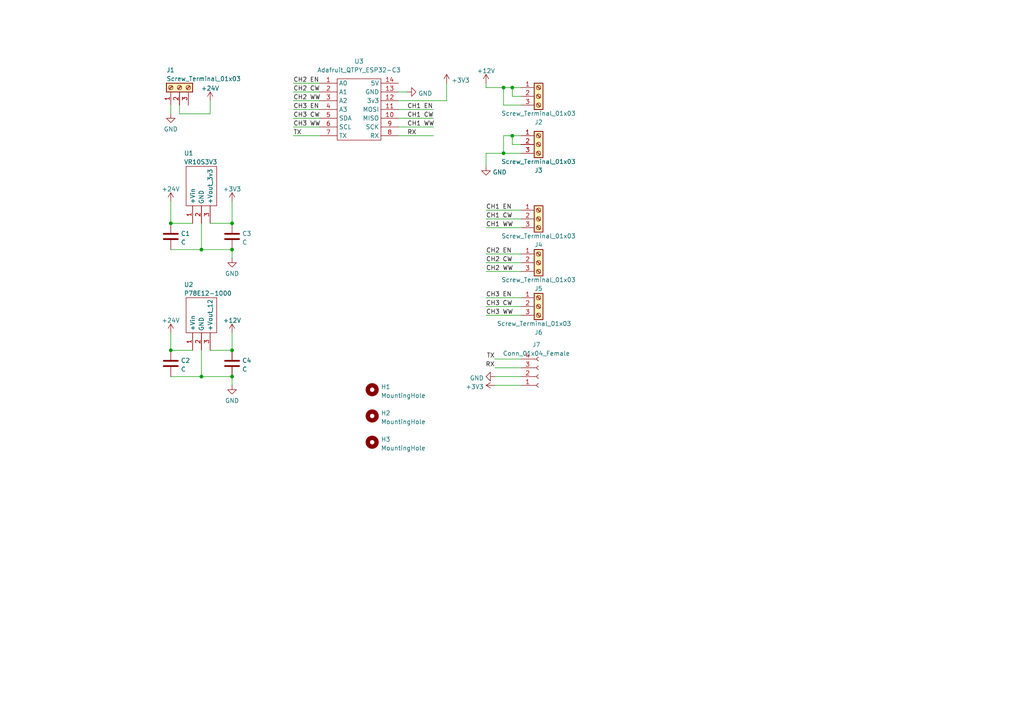
<source format=kicad_sch>
(kicad_sch (version 20211123) (generator eeschema)
  (paper "A4")
  (lib_symbols
    (symbol "Connector:Conn_01x04_Female" (pin_names (offset 1.016) hide)
      (property "Reference" "J" (at 0 5.08 0))
      (property "Value" "Conn_01x04_Female" (at 0 -7.62 0))
      (symbol "Conn_01x04_Female_1_1"
        (arc (start 0 -4.572) (mid -0.508 -5.08) (end 0 -5.588) (stroke (width 0.1524)))
        (arc (start 0 -2.032) (mid -0.508 -2.54) (end 0 -3.048) (stroke (width 0.1524)))
        (polyline (pts (xy -1.27 -5.08) (xy -0.508 -5.08)) (stroke (width 0.1524)))
        (polyline (pts (xy -1.27 -2.54) (xy -0.508 -2.54)) (stroke (width 0.1524)))
        (polyline (pts (xy -1.27 0) (xy -0.508 0)) (stroke (width 0.1524)))
        (polyline (pts (xy -1.27 2.54) (xy -0.508 2.54)) (stroke (width 0.1524)))
        (arc (start 0 0.508) (mid -0.508 0) (end 0 -0.508) (stroke (width 0.1524)))
        (arc (start 0 3.048) (mid -0.508 2.54) (end 0 2.032) (stroke (width 0.1524)))
        (pin passive line (at -5.08 2.54 0) (length 3.81) (name "Pin_1") (number "1"))
        (pin passive line (at -5.08 0 0) (length 3.81) (name "Pin_2") (number "2"))
        (pin passive line (at -5.08 -2.54 0) (length 3.81) (name "Pin_3") (number "3"))
        (pin passive line (at -5.08 -5.08 0) (length 3.81) (name "Pin_4") (number "4"))
      )
    )
    (symbol "Connector:Screw_Terminal_01x03" (pin_names (offset 1.016) hide)
      (property "Reference" "J" (at 0 5.08 0))
      (property "Value" "Screw_Terminal_01x03" (at 0 -5.08 0))
      (symbol "Screw_Terminal_01x03_1_1"
        (rectangle (start -1.27 3.81) (end 1.27 -3.81) (stroke (width 0.254)) (fill (type background)))
        (circle (center 0 -2.54) (radius 0.635) (stroke (width 0.1524)))
        (polyline (pts (xy -0.5334 -2.2098) (xy 0.3302 -3.048)) (stroke (width 0.1524)))
        (polyline (pts (xy -0.5334 0.3302) (xy 0.3302 -0.508)) (stroke (width 0.1524)))
        (polyline (pts (xy -0.5334 2.8702) (xy 0.3302 2.032)) (stroke (width 0.1524)))
        (polyline (pts (xy -0.3556 -2.032) (xy 0.508 -2.8702)) (stroke (width 0.1524)))
        (polyline (pts (xy -0.3556 0.508) (xy 0.508 -0.3302)) (stroke (width 0.1524)))
        (polyline (pts (xy -0.3556 3.048) (xy 0.508 2.2098)) (stroke (width 0.1524)))
        (circle (center 0 0) (radius 0.635) (stroke (width 0.1524)))
        (circle (center 0 2.54) (radius 0.635) (stroke (width 0.1524)))
        (pin passive line (at -5.08 2.54 0) (length 3.81) (name "Pin_1") (number "1"))
        (pin passive line (at -5.08 0 0) (length 3.81) (name "Pin_2") (number "2"))
        (pin passive line (at -5.08 -2.54 0) (length 3.81) (name "Pin_3") (number "3"))
      )
    )
    (symbol "DevBoards:Adafruit_QTPY_ESP32-C3"
      (property "Reference" "U" (at -11.43 3.81 0))
      (property "Value" "Adafruit_QTPY_ESP32-C3" (at 0 6.35 0))
      (symbol "Adafruit_QTPY_ESP32-C3_0_0"
        (pin unspecified line (at -11.43 0 0) (length 5.08) (name "A0") (number "1"))
        (pin unspecified line (at 11.43 -10.16 180) (length 5.08) (name "MISO") (number "10"))
        (pin unspecified line (at 11.43 -7.62 180) (length 5.08) (name "MOSI") (number "11"))
        (pin unspecified line (at 11.43 -5.08 180) (length 5.08) (name "3v3") (number "12"))
        (pin unspecified line (at 11.43 -2.54 180) (length 5.08) (name "GND") (number "13"))
        (pin unspecified line (at 11.43 0 180) (length 5.08) (name "5V") (number "14"))
        (pin unspecified line (at -11.43 -2.54 0) (length 5.08) (name "A1") (number "2"))
        (pin unspecified line (at -11.43 -5.08 0) (length 5.08) (name "A2") (number "3"))
        (pin unspecified line (at -11.43 -7.62 0) (length 5.08) (name "A3") (number "4"))
        (pin unspecified line (at -11.43 -10.16 0) (length 5.08) (name "SDA") (number "5"))
        (pin unspecified line (at -11.43 -12.7 0) (length 5.08) (name "SCL") (number "6"))
        (pin unspecified line (at -11.43 -15.24 0) (length 5.08) (name "TX") (number "7"))
        (pin unspecified line (at 11.43 -15.24 180) (length 5.08) (name "RX") (number "8"))
        (pin unspecified line (at 11.43 -12.7 180) (length 5.08) (name "SCK") (number "9"))
      )
      (symbol "Adafruit_QTPY_ESP32-C3_0_1"
        (rectangle (start -6.35 1.27) (end 6.35 -16.51) (stroke (width 0.1524)))
      )
    )
    (symbol "Device:C" (pin_numbers hide) (pin_names (offset 0.254))
      (property "Reference" "C" (at 0.635 2.54 0))
      (property "Value" "C" (at 0.635 -2.54 0))
      (symbol "C_0_1"
        (polyline (pts (xy -2.032 -0.762) (xy 2.032 -0.762)) (stroke (width 0.508)))
        (polyline (pts (xy -2.032 0.762) (xy 2.032 0.762)) (stroke (width 0.508)))
      )
      (symbol "C_1_1"
        (pin passive line (at 0 3.81 270) (length 2.794) (name "~") (number "1"))
        (pin passive line (at 0 -3.81 90) (length 2.794) (name "~") (number "2"))
      )
    )
    (symbol "Mechanical:MountingHole" (pin_names (offset 1.016))
      (property "Reference" "H" (at 0 5.08 0))
      (property "Value" "MountingHole" (at 0 3.175 0))
      (symbol "MountingHole_0_1"
        (circle (center 0 0) (radius 1.27) (stroke (width 1.27)))
      )
    )
    (symbol "dcdcmodule:P78E12-1000"
      (property "Reference" "U" (at -6.35 1.905 0))
      (property "Value" "P78E12-1000" (at 0 3.81 0))
      (symbol "P78E12-1000_0_0"
        (pin unspecified line (at -2.54 -14.605 90) (length 5.08) (name "+Vin") (number "1"))
        (pin unspecified line (at 0 -14.605 90) (length 5.08) (name "GND") (number "2"))
        (pin unspecified line (at 2.54 -14.605 90) (length 5.08) (name "+Vout_12") (number "3"))
      )
      (symbol "P78E12-1000_0_1"
        (rectangle (start -4.445 0.635) (end 4.445 -9.525) (stroke (width 0.1524)))
      )
    )
    (symbol "dcdcmodule:VR10S3V3"
      (property "Reference" "U" (at -3.81 3.81 0))
      (property "Value" "VR10S3V3" (at 0 5.715 0))
      (symbol "VR10S3V3_0_0"
        (pin unspecified line (at -2.54 -14.605 90) (length 5.08) (name "+Vin") (number "1"))
        (pin unspecified line (at 0 -14.605 90) (length 5.08) (name "GND") (number "2"))
        (pin unspecified line (at 2.54 -14.605 90) (length 5.08) (name "+Vout_3v3") (number "3"))
      )
      (symbol "VR10S3V3_0_1"
        (rectangle (start -4.445 1.905) (end 4.445 -9.525) (stroke (width 0.1524)))
      )
    )
    (symbol "power:+12V" (power) (pin_names (offset 0))
      (property "Value" "+12V" (at 0 3.556 0))
      (symbol "+12V_0_1"
        (polyline (pts (xy -0.762 1.27) (xy 0 2.54)))
        (polyline (pts (xy 0 0) (xy 0 2.54)))
        (polyline (pts (xy 0 2.54) (xy 0.762 1.27)))
      )
      (symbol "+12V_1_1"
        (pin power_in line (at 0 0 90) (length 0) hide (name "+12V") (number "1"))
      )
    )
    (symbol "power:+24V" (power) (pin_names (offset 0))
      (property "Value" "+24V" (at 0 3.556 0))
      (symbol "+24V_0_1"
        (polyline (pts (xy -0.762 1.27) (xy 0 2.54)))
        (polyline (pts (xy 0 0) (xy 0 2.54)))
        (polyline (pts (xy 0 2.54) (xy 0.762 1.27)))
      )
      (symbol "+24V_1_1"
        (pin power_in line (at 0 0 90) (length 0) hide (name "+24V") (number "1"))
      )
    )
    (symbol "power:+3.3V" (power) (pin_names (offset 0))
      (property "Value" "+3.3V" (at 0 3.556 0))
      (symbol "+3.3V_0_1"
        (polyline (pts (xy -0.762 1.27) (xy 0 2.54)))
        (polyline (pts (xy 0 0) (xy 0 2.54)))
        (polyline (pts (xy 0 2.54) (xy 0.762 1.27)))
      )
      (symbol "+3.3V_1_1"
        (pin power_in line (at 0 0 90) (length 0) hide (name "+3V3") (number "1"))
      )
    )
    (symbol "power:GND" (power) (pin_names (offset 0))
      (property "Value" "GND" (at 0 -3.81 0))
      (symbol "GND_0_1"
        (polyline (pts (xy 0 0) (xy 0 -1.27) (xy 1.27 -1.27) (xy 0 -2.54) (xy -1.27 -1.27) (xy 0 -1.27)))
      )
      (symbol "GND_1_1"
        (pin power_in line (at 0 0 270) (length 0) hide (name "GND") (number "1"))
      )
    )
  )
  (junction (at 146.05 44.45))
  (junction (at 67.31 64.77))
  (junction (at 146.05 25.4))
  (junction (at 49.53 64.77))
  (junction (at 49.53 101.6))
  (junction (at 67.31 72.39))
  (junction (at 58.42 109.22))
  (junction (at 148.59 25.4))
  (junction (at 67.31 101.6))
  (junction (at 67.31 109.22))
  (junction (at 148.59 39.37))
  (junction (at 58.42 72.39))
  (wire (pts (xy 67.31 111.76) (xy 67.31 109.22)))
  (wire (pts (xy 49.53 109.22) (xy 58.42 109.22)))
  (wire (pts (xy 151.13 111.76) (xy 143.51 111.76)))
  (wire (pts (xy 151.13 109.22) (xy 143.51 109.22)))
  (wire (pts (xy 67.31 58.42) (xy 67.31 64.77)))
  (wire (pts (xy 67.31 96.52) (xy 67.31 101.6)))
  (wire (pts (xy 140.97 88.9) (xy 151.13 88.9)))
  (wire (pts (xy 146.05 25.4) (xy 148.59 25.4)))
  (wire (pts (xy 140.97 60.96) (xy 151.13 60.96)))
  (wire (pts (xy 146.05 30.48) (xy 146.05 25.4)))
  (wire (pts (xy 151.13 76.2) (xy 140.97 76.2)))
  (wire (pts (xy 140.97 25.4) (xy 146.05 25.4)))
  (wire (pts (xy 151.13 30.48) (xy 146.05 30.48)))
  (wire (pts (xy 60.96 101.6) (xy 67.31 101.6)))
  (wire (pts (xy 140.97 86.36) (xy 151.13 86.36)))
  (wire (pts (xy 49.53 64.77) (xy 49.53 58.42)))
  (wire (pts (xy 67.31 74.93) (xy 67.31 72.39)))
  (wire (pts (xy 55.88 101.6) (xy 49.53 101.6)))
  (wire (pts (xy 148.59 41.91) (xy 148.59 39.37)))
  (wire (pts (xy 92.71 36.83) (xy 85.09 36.83)))
  (wire (pts (xy 146.05 39.37) (xy 148.59 39.37)))
  (wire (pts (xy 115.57 26.67) (xy 118.11 26.67)))
  (wire (pts (xy 58.42 109.22) (xy 67.31 109.22)))
  (wire (pts (xy 60.96 64.77) (xy 67.31 64.77)))
  (wire (pts (xy 151.13 41.91) (xy 148.59 41.91)))
  (wire (pts (xy 85.09 24.13) (xy 92.71 24.13)))
  (wire (pts (xy 140.97 66.04) (xy 151.13 66.04)))
  (wire (pts (xy 58.42 64.77) (xy 58.42 72.39)))
  (wire (pts (xy 52.07 33.02) (xy 52.07 30.48)))
  (wire (pts (xy 151.13 104.14) (xy 143.51 104.14)))
  (wire (pts (xy 148.59 27.94) (xy 148.59 25.4)))
  (wire (pts (xy 92.71 26.67) (xy 85.09 26.67)))
  (wire (pts (xy 55.88 64.77) (xy 49.53 64.77)))
  (wire (pts (xy 148.59 25.4) (xy 151.13 25.4)))
  (wire (pts (xy 140.97 24.13) (xy 140.97 25.4)))
  (wire (pts (xy 129.54 24.13) (xy 129.54 29.21)))
  (wire (pts (xy 129.54 29.21) (xy 115.57 29.21)))
  (wire (pts (xy 151.13 44.45) (xy 146.05 44.45)))
  (wire (pts (xy 115.57 31.75) (xy 125.73 31.75)))
  (wire (pts (xy 115.57 39.37) (xy 125.73 39.37)))
  (wire (pts (xy 85.09 39.37) (xy 92.71 39.37)))
  (wire (pts (xy 58.42 72.39) (xy 67.31 72.39)))
  (wire (pts (xy 140.97 63.5) (xy 151.13 63.5)))
  (wire (pts (xy 148.59 39.37) (xy 151.13 39.37)))
  (wire (pts (xy 146.05 44.45) (xy 146.05 39.37)))
  (wire (pts (xy 115.57 36.83) (xy 125.73 36.83)))
  (wire (pts (xy 151.13 27.94) (xy 148.59 27.94)))
  (wire (pts (xy 49.53 33.02) (xy 49.53 30.48)))
  (wire (pts (xy 49.53 72.39) (xy 58.42 72.39)))
  (wire (pts (xy 58.42 101.6) (xy 58.42 109.22)))
  (wire (pts (xy 60.96 29.21) (xy 60.96 33.02)))
  (wire (pts (xy 140.97 78.74) (xy 151.13 78.74)))
  (wire (pts (xy 85.09 34.29) (xy 92.71 34.29)))
  (wire (pts (xy 49.53 96.52) (xy 49.53 101.6)))
  (wire (pts (xy 140.97 44.45) (xy 146.05 44.45)))
  (wire (pts (xy 60.96 33.02) (xy 52.07 33.02)))
  (wire (pts (xy 140.97 91.44) (xy 151.13 91.44)))
  (wire (pts (xy 85.09 31.75) (xy 92.71 31.75)))
  (wire (pts (xy 85.09 29.21) (xy 92.71 29.21)))
  (wire (pts (xy 140.97 73.66) (xy 151.13 73.66)))
  (wire (pts (xy 140.97 48.26) (xy 140.97 44.45)))
  (wire (pts (xy 151.13 106.68) (xy 143.51 106.68)))
  (wire (pts (xy 115.57 34.29) (xy 125.73 34.29)))
  (label "CH2 CW" (at 140.97 76.2 0))
  (label "CH2 CW" (at 85.09 26.67 0))
  (label "RX" (at 118.11 39.37 0))
  (label "TX" (at 143.51 104.14 180))
  (label "CH2 WW" (at 140.97 78.74 0))
  (label "CH1 CW" (at 140.97 63.5 0))
  (label "CH3 EN" (at 85.09 31.75 0))
  (label "CH3 CW" (at 140.97 88.9 0))
  (label "CH2 WW" (at 85.09 29.21 0))
  (label "CH2 EN" (at 85.09 24.13 0))
  (label "CH1 EN" (at 140.97 60.96 0))
  (label "TX" (at 85.09 39.37 0))
  (label "CH1 CW" (at 118.11 34.29 0))
  (label "CH1 EN" (at 118.11 31.75 0))
  (label "CH3 CW" (at 85.09 34.29 0))
  (label "RX" (at 143.51 106.68 180))
  (label "CH2 EN" (at 140.97 73.66 0))
  (label "CH3 WW" (at 140.97 91.44 0))
  (label "CH1 WW" (at 118.11 36.83 0))
  (label "CH3 WW" (at 85.09 36.83 0))
  (label "CH1 WW" (at 140.97 66.04 0))
  (label "CH3 EN" (at 140.97 86.36 0))
  (symbol (lib_id "Connector:Screw_Terminal_01x03") (at 156.21 88.9 0) (unit 1)
    (property "Reference" "J6" (at 156.21 96.4098 0))
    (property "Value" "Screw_Terminal_01x03" (at 154.94 93.8729 0))
    (property "Footprint" "Wago2060:2060-453" (effects hide))
  )
  (symbol (lib_id "power:+24V") (at 49.53 96.52 0) (unit 1)
    (property "Reference" "#PWR0112" (effects hide))
    (property "Value" "+24V" (at 49.53 92.9442 0))
  )
  (symbol (lib_id "power:+12V") (at 140.97 24.13 0) (mirror y) (unit 1)
    (property "Reference" "#PWR0108" (effects hide))
    (property "Value" "+12V" (at 140.97 20.5542 0))
  )
  (symbol (lib_id "power:+3.3V") (at 129.54 24.13 0) (mirror y) (unit 1)
    (property "Reference" "#PWR0106" (effects hide))
    (property "Value" "+3.3V" (at 130.937 23.2938 0) (effects (justify right)))
  )
  (symbol (lib_id "power:GND") (at 118.11 26.67 90) (mirror x) (unit 1)
    (property "Reference" "#PWR0107" (effects hide))
    (property "Value" "GND" (at 121.285 27.1038 90) (effects (justify right)))
  )
  (symbol (lib_id "power:+3.3V") (at 143.51 111.76 90) (unit 1)
    (property "Reference" "#PWR0113" (effects hide))
    (property "Value" "+3.3V" (at 140.335 112.1938 90) (effects (justify left)))
  )
  (symbol (lib_id "power:GND") (at 140.97 48.26 0) (mirror y) (unit 1)
    (property "Reference" "#PWR0109" (effects hide))
    (property "Value" "GND" (at 142.875 49.9638 0) (effects (justify right)))
  )
  (symbol (lib_id "Connector:Screw_Terminal_01x03") (at 156.21 41.91 0) (unit 1)
    (property "Reference" "J3" (at 156.21 49.4198 0))
    (property "Value" "Screw_Terminal_01x03" (at 156.21 46.8829 0))
    (property "Footprint" "Wago2060:2060-453" (effects hide))
  )
  (symbol (lib_id "Mechanical:MountingHole") (at 107.95 120.65 0) (unit 1)
    (property "Reference" "H2" (at 110.49 119.8153 0) (effects (justify left)))
    (property "Value" "MountingHole" (at 110.49 122.3522 0) (effects (justify left)))
    (property "Footprint" "MountingHole:MountingHole_3.2mm_M3" (effects hide))
  )
  (symbol (lib_id "Device:C") (at 49.53 68.58 0) (unit 1)
    (property "Reference" "C1" (at 52.451 67.7453 0) (effects (justify left)))
    (property "Value" "C" (at 52.451 70.2822 0) (effects (justify left)))
    (property "Footprint" "Capacitor_SMD:C_0805_2012Metric_Pad1.18x1.45mm_HandSolder" (effects hide))
  )
  (symbol (lib_id "power:GND") (at 49.53 33.02 0) (mirror y) (unit 1)
    (property "Reference" "#PWR0102" (effects hide))
    (property "Value" "GND" (at 49.53 37.4634 0))
  )
  (symbol (lib_id "power:+24V") (at 49.53 58.42 0) (unit 1)
    (property "Reference" "#PWR0105" (effects hide))
    (property "Value" "+24V" (at 49.53 54.8442 0))
  )
  (symbol (lib_id "power:+24V") (at 60.96 29.21 0) (unit 1)
    (property "Reference" "#PWR0103" (effects hide))
    (property "Value" "+24V" (at 60.96 25.6342 0))
  )
  (symbol (lib_id "Device:C") (at 49.53 105.41 0) (unit 1)
    (property "Reference" "C2" (at 52.451 104.5753 0) (effects (justify left)))
    (property "Value" "C" (at 52.451 107.1122 0) (effects (justify left)))
    (property "Footprint" "Capacitor_SMD:C_0805_2012Metric_Pad1.18x1.45mm_HandSolder" (effects hide))
  )
  (symbol (lib_id "power:+12V") (at 67.31 96.52 0) (mirror y) (unit 1)
    (property "Reference" "#PWR0111" (effects hide))
    (property "Value" "+12V" (at 67.31 92.9442 0))
  )
  (symbol (lib_id "power:GND") (at 67.31 111.76 0) (mirror y) (unit 1)
    (property "Reference" "#PWR0110" (effects hide))
    (property "Value" "GND" (at 67.31 116.2034 0))
  )
  (symbol (lib_id "dcdcmodule:P78E12-1000") (at 58.42 86.995 0) (unit 1)
    (property "Reference" "U2" (at 53.34 82.55 0) (effects (justify left)))
    (property "Value" "P78E12-1000" (at 53.34 85.09 0) (effects (justify left)))
    (property "Footprint" "DevBoards:3pinDCDC" (effects hide))
  )
  (symbol (lib_id "Device:C") (at 67.31 105.41 0) (unit 1)
    (property "Reference" "C4" (at 70.231 104.5753 0) (effects (justify left)))
    (property "Value" "C" (at 70.231 107.1122 0) (effects (justify left)))
    (property "Footprint" "Capacitor_SMD:C_0805_2012Metric_Pad1.18x1.45mm_HandSolder" (effects hide))
  )
  (symbol (lib_id "Mechanical:MountingHole") (at 107.95 113.03 0) (unit 1)
    (property "Reference" "H1" (at 110.49 112.1953 0) (effects (justify left)))
    (property "Value" "MountingHole" (at 110.49 114.7322 0) (effects (justify left)))
    (property "Footprint" "MountingHole:MountingHole_3.2mm_M3" (effects hide))
  )
  (symbol (lib_id "Connector:Screw_Terminal_01x03") (at 156.21 76.2 0) (unit 1)
    (property "Reference" "J5" (at 156.21 83.7098 0))
    (property "Value" "Screw_Terminal_01x03" (at 156.21 81.1729 0))
    (property "Footprint" "Wago2060:2060-453" (effects hide))
  )
  (symbol (lib_id "DevBoards:Adafruit_QTPY_ESP32-C3") (at 104.14 24.13 0) (unit 1)
    (property "Reference" "U3" (at 104.14 17.78 0))
    (property "Value" "Adafruit_QTPY_ESP32-C3" (at 104.14 20.32 0))
    (property "Footprint" "DevBoards:QTPY ESP32 C3_MSMD" (effects hide))
  )
  (symbol (lib_id "Connector:Conn_01x04_Female") (at 156.21 109.22 0) (mirror x) (unit 1)
    (property "Reference" "J7" (at 155.575 99.983 0))
    (property "Value" "Conn_01x04_Female" (at 155.575 102.5199 0))
    (property "Footprint" "Connector_PinHeader_2.54mm:PinHeader_1x04_P2.54mm_Vertical_SMD_Pin1Left" (effects hide))
  )
  (symbol (lib_id "dcdcmodule:VR10S3V3") (at 58.42 50.165 0) (unit 1)
    (property "Reference" "U1" (at 53.34 44.4531 0) (effects (justify left)))
    (property "Value" "VR10S3V3" (at 53.34 46.99 0) (effects (justify left)))
    (property "Footprint" "DevBoards:3pinDCDC" (effects hide))
  )
  (symbol (lib_id "Connector:Screw_Terminal_01x03") (at 52.07 25.4 90) (unit 1)
    (property "Reference" "J1" (at 48.26 20.32 90) (effects (justify right)))
    (property "Value" "Screw_Terminal_01x03" (at 48.26 22.86 90) (effects (justify right)))
    (property "Footprint" "Wago2060:2060-453" (effects hide))
  )
  (symbol (lib_id "Connector:Screw_Terminal_01x03") (at 156.21 27.94 0) (unit 1)
    (property "Reference" "J2" (at 156.21 35.4498 0))
    (property "Value" "Screw_Terminal_01x03" (at 156.21 32.9129 0))
    (property "Footprint" "Wago2060:2060-453" (effects hide))
  )
  (symbol (lib_id "power:+3.3V") (at 67.31 58.42 0) (mirror y) (unit 1)
    (property "Reference" "#PWR0104" (effects hide))
    (property "Value" "+3.3V" (at 67.31 54.8442 0))
  )
  (symbol (lib_id "power:GND") (at 67.31 74.93 0) (mirror y) (unit 1)
    (property "Reference" "#PWR0101" (effects hide))
    (property "Value" "GND" (at 67.31 79.3734 0))
  )
  (symbol (lib_id "power:GND") (at 143.51 109.22 270) (unit 1)
    (property "Reference" "#PWR0114" (effects hide))
    (property "Value" "GND" (at 140.335 109.6538 90) (effects (justify right)))
  )
  (symbol (lib_id "Mechanical:MountingHole") (at 107.95 128.27 0) (unit 1)
    (property "Reference" "H3" (at 110.49 127.4353 0) (effects (justify left)))
    (property "Value" "MountingHole" (at 110.49 129.9722 0) (effects (justify left)))
    (property "Footprint" "MountingHole:MountingHole_3.2mm_M3" (effects hide))
  )
  (symbol (lib_id "Device:C") (at 67.31 68.58 0) (unit 1)
    (property "Reference" "C3" (at 70.231 67.7453 0) (effects (justify left)))
    (property "Value" "C" (at 70.231 70.2822 0) (effects (justify left)))
    (property "Footprint" "Capacitor_SMD:C_0805_2012Metric_Pad1.18x1.45mm_HandSolder" (effects hide))
  )
  (symbol (lib_id "Connector:Screw_Terminal_01x03") (at 156.21 63.5 0) (unit 1)
    (property "Reference" "J4" (at 156.21 71.0098 0))
    (property "Value" "Screw_Terminal_01x03" (at 156.21 68.4729 0))
    (property "Footprint" "Wago2060:2060-453" (effects hide))
  )
)
</source>
